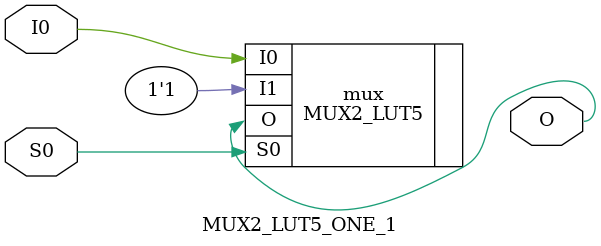
<source format=v>
`default_nettype none

module MUX2_LUT5_ZERO_0(
	input wire I1,
	output wire O,
	input wire S0);

	MUX2_LUT5 mux(
		.I0(1'b0),
		.I1(I1),
		.O(O),
		.S0(S0));
endmodule

// MUX2 with I1 == 0
module MUX2_LUT5_ZERO_1(
	input wire I0,
	output wire O,
	input wire S0);

	MUX2_LUT5 mux(
		.I0(I0),
		.I1(1'b0),
		.O(O),
		.S0(S0));
endmodule

// MUX2 with I0 == 1
module MUX2_LUT5_ONE_0(
	input wire I1,
	output wire O,
	input wire S0);

	MUX2_LUT5 mux(
		.I0(1'b1),
		.I1(I1),
		.O(O),
		.S0(S0));
endmodule

// MUX2 with I1 == 1
module MUX2_LUT5_ONE_1(
	input wire I0,
	output wire O,
	input wire S0);

	MUX2_LUT5 mux(
		.I0(I0),
		.I1(1'b1),
		.O(O),
		.S0(S0));
endmodule


</source>
